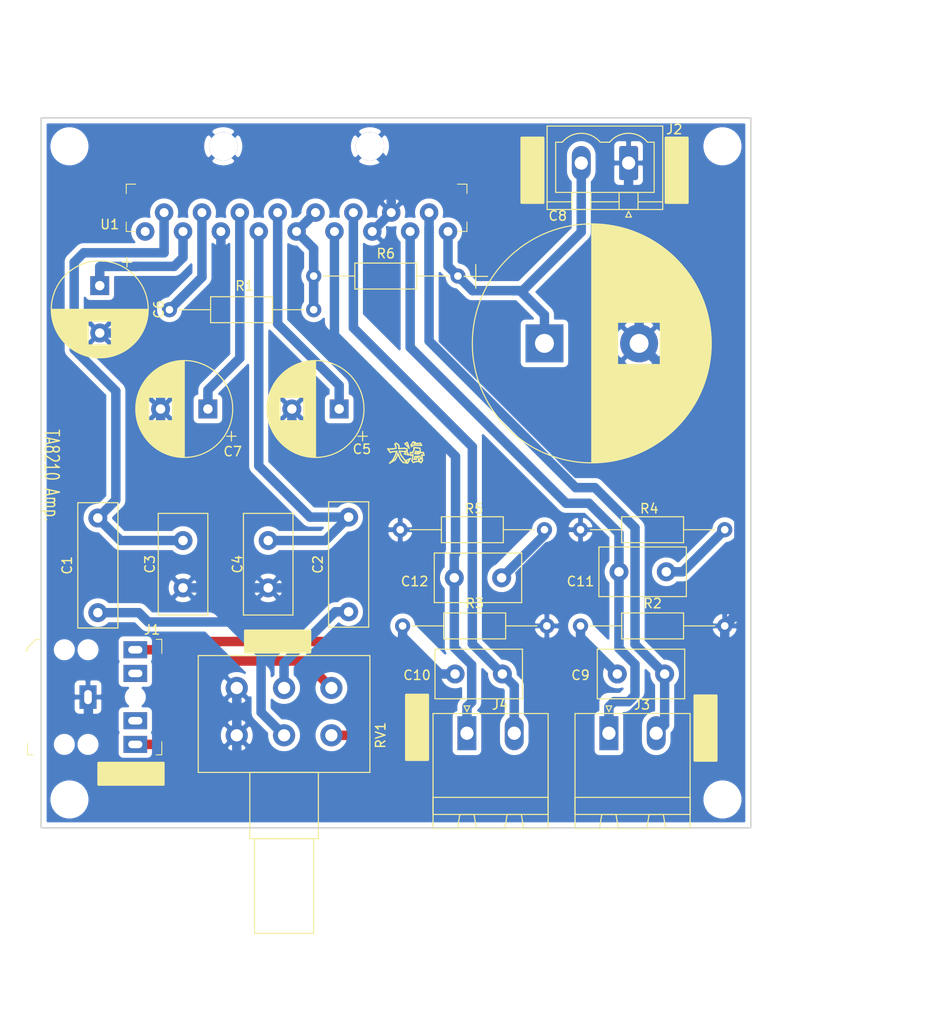
<source format=kicad_pcb>
(kicad_pcb (version 20171130) (host pcbnew "(5.1.2-1)-1")
  (layers (0 F.Cu signal) (31 B.Cu signal) (34 B.Paste user) (35 F.Paste user) (36 B.SilkS user) (37 F.SilkS user) (38 B.Mask user) (39 F.Mask user) (44 Edge.Cuts user))
  (net 0 "")
  (net 1 "Net-(C1-Pad1)")
  (net 2 "Net-(C2-Pad1)")
  (net 3 GNDREF)
  (net 4 "Net-(C5-Pad1)")
  (net 5 "Net-(C6-Pad1)")
  (net 6 "Net-(C7-Pad1)")
  (net 7 "Net-(C8-Pad1)")
  (net 8 /RIGHT_OUT)
  (net 9 "Net-(C9-Pad2)")
  (net 10 /LEFT_OUT)
  (net 11 "Net-(C10-Pad2)")
  (net 12 "Net-(C11-Pad2)")
  (net 13 "Net-(C11-Pad1)")
  (net 14 "Net-(C12-Pad2)")
  (net 15 "Net-(C12-Pad1)")
  (net 16 "Net-(R1-Pad2)")
  (net 17 /RIGHT_IN)
  (net 18 /LEFT_IN)
  (net 19 "Net-(R1-Pad1)")
  (net 20 /RIGHT_TA8210)
  (net 21 /LEFT_TA8210)
  (module Symbol:dahai_tiny (layer F.Cu) (at 108.712 97.536)
    (fp_text reference REF**)
    (fp_text value dahai_tiny)
  )
  (module MountingHole:MountingHole_3mm (layer F.Cu) (at 104.75 63)
    (fp_text reference REF**)
    (fp_text value MountingHole_3mm)
    (pad 1 thru_hole circle (at 0 0) (size 3 3) (drill 3) (layers *.Cu *.Mask) (net 3 GNDREF))
  )
  (module MountingHole:MountingHole_3mm (layer F.Cu) (at 89.25 63)
    (fp_text reference REF**)
    (fp_text value MountingHole_3mm)
    (pad 1 thru_hole circle (at 0 0) (size 3 3) (drill 3) (layers *.Cu *.Mask) (net 3 GNDREF))
  )
  (module MountingHole:MountingHole_3mm (layer F.Cu) (at 73 63)
    (fp_text reference REF**)
    (fp_text value MountingHole_3mm)
    (pad 1 np_thru_hole circle (at 0 0) (size 3 3) (drill 3) (layers *.Cu *.Mask))
  )
  (module MountingHole:MountingHole_3mm (layer F.Cu) (at 142 63)
    (fp_text reference REF**)
    (fp_text value MountingHole_3mm)
    (pad 1 np_thru_hole circle (at 0 0) (size 3 3) (drill 3) (layers *.Cu *.Mask))
  )
  (module MountingHole:MountingHole_3mm (layer F.Cu) (at 142 132)
    (fp_text reference REF**)
    (fp_text value MountingHole_3mm)
    (pad 1 np_thru_hole circle (at 0 0) (size 3 3) (drill 3) (layers *.Cu *.Mask))
  )
  (module Capacitor_THT:CP_Radial_D25.0mm_P10.00mm_SnapIn (layer F.Cu) (at 123.19 83.82)
    (fp_text reference C8 (at 1.404 -13.464) (layer F.SilkS))
    (fp_text value 1000uF/50V)
    (pad 1 thru_hole rect (at 0 0) (size 4 4) (drill 2) (layers *.Cu *.Mask) (net 7 "Net-(C8-Pad1)"))
    (pad 2 thru_hole circle (at 10 0) (size 4 4) (drill 2) (layers *.Cu *.Mask) (net 3 GNDREF))
  )
  (module Capacitor_THT:C_Rect_L13.0mm_W4.0mm_P10.00mm_FKS3_FKP3_MKS4 (layer F.Cu) (at 102.5 112.174 90)
    (fp_text reference C2 (at 5 -3.25 90) (layer F.SilkS))
    (fp_text value 4.7uF)
    (pad 2 thru_hole circle (at 10 0 90) (size 2 2) (drill 1) (layers *.Cu *.Mask) (net 21 /LEFT_TA8210))
    (pad 1 thru_hole circle (at 0 0 90) (size 2 2) (drill 1) (layers *.Cu *.Mask) (net 2 "Net-(C2-Pad1)"))
  )
  (module Capacitor_THT:C_Disc_D10.5mm_W5.0mm_P5.00mm (layer F.Cu) (at 85 104.648 270)
    (fp_text reference C3 (at 2.5 3.5 270) (layer F.SilkS))
    (fp_text value 1000pF)
    (pad 1 thru_hole circle (at 0 0 270) (size 2 2) (drill 1) (layers *.Cu *.Mask) (net 20 /RIGHT_TA8210))
    (pad 2 thru_hole circle (at 5 0 270) (size 2 2) (drill 1) (layers *.Cu *.Mask) (net 3 GNDREF))
  )
  (module Capacitor_THT:C_Disc_D10.5mm_W5.0mm_P5.00mm (layer F.Cu) (at 94 104.648 270)
    (fp_text reference C4 (at 2.5 3.25 270) (layer F.SilkS))
    (fp_text value 1000pF)
    (pad 2 thru_hole circle (at 5 0 270) (size 2 2) (drill 1) (layers *.Cu *.Mask) (net 3 GNDREF))
    (pad 1 thru_hole circle (at 0 0 270) (size 2 2) (drill 1) (layers *.Cu *.Mask) (net 21 /LEFT_TA8210))
  )
  (module Capacitor_THT:CP_Radial_D10.0mm_P5.00mm (layer F.Cu) (at 101.5 90.75 180)
    (fp_text reference C5 (at -2.4 -4.246 180) (layer F.SilkS))
    (fp_text value 220uF)
    (pad 1 thru_hole rect (at 0 0 180) (size 2 2) (drill 1) (layers *.Cu *.Mask) (net 4 "Net-(C5-Pad1)"))
    (pad 2 thru_hole circle (at 5 0 180) (size 2 2) (drill 1) (layers *.Cu *.Mask) (net 3 GNDREF))
  )
  (module Capacitor_THT:CP_Radial_D10.0mm_P5.00mm (layer F.Cu) (at 76.2 77.724 270)
    (fp_text reference C6 (at 2.5 -6.25 270) (layer F.SilkS))
    (fp_text value 47uF)
    (pad 2 thru_hole circle (at 5 0 270) (size 2 2) (drill 1) (layers *.Cu *.Mask) (net 3 GNDREF))
    (pad 1 thru_hole rect (at 0 0 270) (size 2 2) (drill 1) (layers *.Cu *.Mask) (net 5 "Net-(C6-Pad1)"))
  )
  (module Capacitor_THT:CP_Radial_D10.0mm_P5.00mm (layer F.Cu) (at 87.63 90.75 180)
    (fp_text reference C7 (at -2.62 -4.496 180) (layer F.SilkS))
    (fp_text value 47uF)
    (pad 2 thru_hole circle (at 5 0 180) (size 2 2) (drill 1) (layers *.Cu *.Mask) (net 3 GNDREF))
    (pad 1 thru_hole rect (at 0 0 180) (size 2 2) (drill 1) (layers *.Cu *.Mask) (net 6 "Net-(C7-Pad1)"))
  )
  (module Capacitor_THT:C_Disc_D9.0mm_W5.0mm_P5.00mm (layer F.Cu) (at 135.89 118.745 180)
    (fp_text reference C9 (at 8.89 -0.127 180) (layer F.SilkS))
    (fp_text value 0.12uF)
    (pad 1 thru_hole circle (at 0 0 180) (size 2 2) (drill 1) (layers *.Cu *.Mask) (net 8 /RIGHT_OUT))
    (pad 2 thru_hole circle (at 5 0 180) (size 2 2) (drill 1) (layers *.Cu *.Mask) (net 9 "Net-(C9-Pad2)"))
  )
  (module Capacitor_THT:C_Disc_D9.0mm_W5.0mm_P5.00mm (layer F.Cu) (at 118.745 118.745 180)
    (fp_text reference C10 (at 9.017 -0.127 180) (layer F.SilkS))
    (fp_text value 0.12uF)
    (pad 1 thru_hole circle (at 0 0 180) (size 2 2) (drill 1) (layers *.Cu *.Mask) (net 10 /LEFT_OUT))
    (pad 2 thru_hole circle (at 5 0 180) (size 2 2) (drill 1) (layers *.Cu *.Mask) (net 11 "Net-(C10-Pad2)"))
  )
  (module Capacitor_THT:C_Disc_D9.0mm_W5.0mm_P5.00mm (layer F.Cu) (at 131.064 107.95)
    (fp_text reference C11 (at -4.064 1.016) (layer F.SilkS))
    (fp_text value 0.12uF)
    (pad 2 thru_hole circle (at 5 0) (size 2 2) (drill 1) (layers *.Cu *.Mask) (net 12 "Net-(C11-Pad2)"))
    (pad 1 thru_hole circle (at 0 0) (size 2 2) (drill 1) (layers *.Cu *.Mask) (net 13 "Net-(C11-Pad1)"))
  )
  (module Capacitor_THT:C_Disc_D9.0mm_W5.0mm_P5.00mm (layer F.Cu) (at 113.665 108.585)
    (fp_text reference C12 (at -4.191 0.381) (layer F.SilkS))
    (fp_text value 0.12uF)
    (pad 2 thru_hole circle (at 5 0) (size 2 2) (drill 1) (layers *.Cu *.Mask) (net 14 "Net-(C12-Pad2)"))
    (pad 1 thru_hole circle (at 0 0) (size 2 2) (drill 1) (layers *.Cu *.Mask) (net 15 "Net-(C12-Pad1)"))
  )
  (module Resistor_THT:R_Axial_DIN0207_L6.3mm_D2.5mm_P15.24mm_Horizontal (layer F.Cu) (at 98.806 80.264 180)
    (fp_text reference R1 (at 7.306 2.514 180) (layer F.SilkS))
    (fp_text value 18k)
    (pad 2 thru_hole oval (at 15.24 0 180) (size 1.6 1.6) (drill 0.8) (layers *.Cu *.Mask) (net 16 "Net-(R1-Pad2)"))
    (pad 1 thru_hole circle (at 0 0 180) (size 1.6 1.6) (drill 0.8) (layers *.Cu *.Mask) (net 19 "Net-(R1-Pad1)"))
  )
  (module Resistor_THT:R_Axial_DIN0207_L6.3mm_D2.5mm_P15.24mm_Horizontal (layer F.Cu) (at 127 113.665)
    (fp_text reference R2 (at 7.62 -2.37) (layer F.SilkS))
    (fp_text value 2.2)
    (pad 1 thru_hole circle (at 0 0) (size 1.6 1.6) (drill 0.8) (layers *.Cu *.Mask) (net 9 "Net-(C9-Pad2)"))
    (pad 2 thru_hole oval (at 15.24 0) (size 1.6 1.6) (drill 0.8) (layers *.Cu *.Mask) (net 3 GNDREF))
  )
  (module Resistor_THT:R_Axial_DIN0207_L6.3mm_D2.5mm_P15.24mm_Horizontal (layer F.Cu) (at 108.204 113.665)
    (fp_text reference R3 (at 7.62 -2.37) (layer F.SilkS))
    (fp_text value 2.2)
    (pad 1 thru_hole circle (at 0 0) (size 1.6 1.6) (drill 0.8) (layers *.Cu *.Mask) (net 11 "Net-(C10-Pad2)"))
    (pad 2 thru_hole oval (at 15.24 0) (size 1.6 1.6) (drill 0.8) (layers *.Cu *.Mask) (net 3 GNDREF))
  )
  (module Resistor_THT:R_Axial_DIN0207_L6.3mm_D2.5mm_P15.24mm_Horizontal (layer F.Cu) (at 142.24 103.505 180)
    (fp_text reference R4 (at 7.974 2.222 180) (layer F.SilkS))
    (fp_text value 2.2)
    (pad 2 thru_hole oval (at 15.24 0 180) (size 1.6 1.6) (drill 0.8) (layers *.Cu *.Mask) (net 3 GNDREF))
    (pad 1 thru_hole circle (at 0 0 180) (size 1.6 1.6) (drill 0.8) (layers *.Cu *.Mask) (net 12 "Net-(C11-Pad2)"))
  )
  (module Resistor_THT:R_Axial_DIN0207_L6.3mm_D2.5mm_P15.24mm_Horizontal (layer F.Cu) (at 123.19 103.505 180)
    (fp_text reference R5 (at 7.436 2.222 180) (layer F.SilkS))
    (fp_text value 2.2)
    (pad 2 thru_hole oval (at 15.24 0 180) (size 1.6 1.6) (drill 0.8) (layers *.Cu *.Mask) (net 3 GNDREF))
    (pad 1 thru_hole circle (at 0 0 180) (size 1.6 1.6) (drill 0.8) (layers *.Cu *.Mask) (net 14 "Net-(C12-Pad2)"))
  )
  (module digikey-footprints:HZIP17-P-2.00 (layer F.Cu) (at 81 72)
    (fp_text reference U1 (at -3.75 -0.75) (layer F.SilkS))
    (fp_text value TA8210)
    (pad 1 thru_hole circle (at 0 0) (size 1.95 1.95) (drill 0.95) (layers *.Cu *.Mask))
    (pad 2 thru_hole circle (at 2 -2) (size 1.95 1.95) (drill 0.95) (layers *.Cu *.Mask) (net 20 /RIGHT_TA8210))
    (pad 3 thru_hole circle (at 4 0) (size 1.95 1.95) (drill 0.95) (layers *.Cu *.Mask) (net 5 "Net-(C6-Pad1)"))
    (pad 4 thru_hole circle (at 6 -2) (size 1.95 1.95) (drill 0.95) (layers *.Cu *.Mask) (net 16 "Net-(R1-Pad2)"))
    (pad 5 thru_hole circle (at 8 0) (size 1.95 1.95) (drill 0.95) (layers *.Cu *.Mask) (net 3 GNDREF))
    (pad 6 thru_hole circle (at 10 -2) (size 1.95 1.95) (drill 0.95) (layers *.Cu *.Mask) (net 6 "Net-(C7-Pad1)"))
    (pad 7 thru_hole circle (at 12 0) (size 1.95 1.95) (drill 0.95) (layers *.Cu *.Mask) (net 21 /LEFT_TA8210))
    (pad 8 thru_hole circle (at 14 -2) (size 1.95 1.95) (drill 0.95) (layers *.Cu *.Mask) (net 4 "Net-(C5-Pad1)"))
    (pad 9 thru_hole circle (at 16 0) (size 1.95 1.95) (drill 0.95) (layers *.Cu *.Mask) (net 19 "Net-(R1-Pad1)"))
    (pad 10 thru_hole circle (at 18 -2) (size 1.95 1.95) (drill 0.95) (layers *.Cu *.Mask) (net 19 "Net-(R1-Pad1)"))
    (pad 11 thru_hole circle (at 20 0) (size 1.95 1.95) (drill 0.95) (layers *.Cu *.Mask) (net 15 "Net-(C12-Pad1)"))
    (pad 12 thru_hole circle (at 22 -2) (size 1.95 1.95) (drill 0.95) (layers *.Cu *.Mask) (net 10 /LEFT_OUT))
    (pad 13 thru_hole circle (at 24 0) (size 1.95 1.95) (drill 0.95) (layers *.Cu *.Mask) (net 3 GNDREF))
    (pad 14 thru_hole circle (at 26 -2) (size 1.95 1.95) (drill 0.95) (layers *.Cu *.Mask) (net 3 GNDREF))
    (pad 15 thru_hole circle (at 28 0) (size 1.95 1.95) (drill 0.95) (layers *.Cu *.Mask) (net 13 "Net-(C11-Pad1)"))
    (pad 16 thru_hole circle (at 30 -2) (size 1.95 1.95) (drill 0.95) (layers *.Cu *.Mask) (net 8 /RIGHT_OUT))
    (pad 17 thru_hole circle (at 32 0) (size 1.95 1.95) (drill 0.95) (layers *.Cu *.Mask) (net 7 "Net-(C8-Pad1)"))
  )
  (module Potentiometer_THT:Potentiometer_Alps_RK163_Dual_Horizontal (layer F.Cu) (at 90.678 125.222 270)
    (fp_text reference RV1 (at 0 -15.2 270) (layer F.SilkS))
    (fp_text value 10k)
    (pad 3 thru_hole circle (at 0 -10 270) (size 2.34 2.34) (drill 1.3) (layers *.Cu *.Mask) (net 17 /RIGHT_IN))
    (pad 2 thru_hole circle (at 0 -5 270) (size 2.34 2.34) (drill 1.3) (layers *.Cu *.Mask) (net 1 "Net-(C1-Pad1)"))
    (pad 1 thru_hole circle (at 0 0 270) (size 2.34 2.34) (drill 1.3) (layers *.Cu *.Mask) (net 3 GNDREF))
    (pad 6 thru_hole circle (at -5 -10 270) (size 2.34 2.34) (drill 1.3) (layers *.Cu *.Mask) (net 18 /LEFT_IN))
    (pad 5 thru_hole circle (at -5 -5 270) (size 2.34 2.34) (drill 1.3) (layers *.Cu *.Mask) (net 2 "Net-(C2-Pad1)"))
    (pad 4 thru_hole circle (at -5 0 270) (size 2.34 2.34) (drill 1.3) (layers *.Cu *.Mask) (net 3 GNDREF))
  )
  (module Capacitor_THT:C_Rect_L13.0mm_W4.0mm_P10.00mm_FKS3_FKP3_MKS4 (layer F.Cu) (at 76 112.268 90)
    (fp_text reference C1 (at 5 -3.25 90) (layer F.SilkS))
    (fp_text value 4.7uF)
    (pad 1 thru_hole circle (at 0 0 90) (size 2 2) (drill 1) (layers *.Cu *.Mask) (net 1 "Net-(C1-Pad1)"))
    (pad 2 thru_hole circle (at 10 0 90) (size 2 2) (drill 1) (layers *.Cu *.Mask) (net 20 /RIGHT_TA8210))
  )
  (module Resistor_THT:R_Axial_DIN0207_L6.3mm_D2.5mm_P15.24mm_Horizontal (layer F.Cu) (at 98.806 76.708)
    (fp_text reference R6 (at 7.62 -2.37) (layer F.SilkS))
    (fp_text value 0)
    (pad 1 thru_hole circle (at 0 0) (size 1.6 1.6) (drill 0.8) (layers *.Cu *.Mask) (net 19 "Net-(R1-Pad1)"))
    (pad 2 thru_hole oval (at 15.24 0) (size 1.6 1.6) (drill 0.8) (layers *.Cu *.Mask) (net 7 "Net-(C8-Pad1)"))
  )
  (module Connector_Phoenix_MSTB:PhoenixContact_MSTBA_2,5_2-G_1x02_P5.00mm_Horizontal (layer F.Cu) (at 130 125)
    (fp_text reference J3 (at 3.5 -3) (layer F.SilkS))
    (fp_text value RIGHT)
    (pad 2 thru_hole oval (at 5 0) (size 2 3.6) (drill 1.4) (layers *.Cu *.Mask) (net 8 /RIGHT_OUT))
    (pad 1 thru_hole rect (at 0 0) (size 2 3.6) (drill 1.4) (layers *.Cu *.Mask) (net 13 "Net-(C11-Pad1)"))
  )
  (module Connector_Phoenix_MSTB:PhoenixContact_MSTBA_2,5_2-G_1x02_P5.00mm_Horizontal (layer F.Cu) (at 115 125)
    (fp_text reference J4 (at 3.5 -3) (layer F.SilkS))
    (fp_text value LEFT)
    (pad 1 thru_hole rect (at 0 0) (size 2 3.6) (drill 1.4) (layers *.Cu *.Mask) (net 15 "Net-(C12-Pad1)"))
    (pad 2 thru_hole oval (at 5 0) (size 2 3.6) (drill 1.4) (layers *.Cu *.Mask) (net 10 /LEFT_OUT))
  )
  (module MountingHole:MountingHole_3mm (layer F.Cu) (at 73 132)
    (fp_text reference REF**)
    (fp_text value MountingHole_3mm)
    (pad 1 np_thru_hole circle (at 0 0) (size 3 3) (drill 3) (layers *.Cu *.Mask))
  )
  (module Connector_Audio:audiojack-3.5mm-5p (layer F.Cu) (at 79.9592 121.1834)
    (fp_text reference J1 (at 1.771 -7.112) (layer F.SilkS))
    (fp_text value "Audio In")
    (pad "" np_thru_hole circle (at -7.5 5) (size 1.2 1.2) (drill 1.2) (layers *.Cu *.Mask))
    (pad "" np_thru_hole circle (at -5 5) (size 1.2 1.2) (drill 1.2) (layers *.Cu *.Mask))
    (pad "" np_thru_hole circle (at -7.5 -5) (size 1.2 1.2) (drill 1.2) (layers *.Cu *.Mask))
    (pad "" np_thru_hole circle (at -5 -5) (size 1.2 1.2) (drill 1.2) (layers *.Cu *.Mask))
    (pad "" np_thru_hole circle (at 0 0) (size 1.2 1.2) (drill 1.2) (layers *.Cu *.Mask))
    (pad S thru_hole rect (at -5 0) (size 1.8 2.5) (drill oval 0.8 1.5) (layers *.Cu *.Mask) (net 3 GNDREF))
    (pad T thru_hole rect (at 0 5) (size 2.5 1.8) (drill oval 1.5 0.8) (layers *.Cu *.Mask) (net 18 /LEFT_IN))
    (pad R thru_hole rect (at 0 -5) (size 2.5 1.8) (drill oval 1.5 0.8) (layers *.Cu *.Mask) (net 17 /RIGHT_IN))
    (pad 3 thru_hole rect (at 0 2.5) (size 2.5 1.8) (drill oval 1.5 0.8) (layers *.Cu *.Mask))
    (pad 4 thru_hole rect (at 0 -2.5) (size 2.5 1.8) (drill oval 1.5 0.8) (layers *.Cu *.Mask))
  )
  (module Connector_Phoenix_MSTB:PhoenixContact_MSTBVA_2,5_2-G_1x02_P5.00mm_Vertical (layer F.Cu) (at 132.08 64.77 180)
    (fp_text reference J2 (at -4.826 3.556) (layer F.SilkS))
    (fp_text value POWER)
    (pad 1 thru_hole roundrect (at 0 0 180) (size 2 3.6) (drill 1.4) (layers *.Cu *.Mask) (roundrect_rratio 0.125) (net 3 GNDREF))
    (pad 2 thru_hole oval (at 5 0 180) (size 2 3.6) (drill 1.4) (layers *.Cu *.Mask) (net 7 "Net-(C8-Pad1)"))
  )
  (gr_text "TA8210 Amp." (at 71.12 97.79 270) (layer F.SilkS) (effects (font (size 1.5 1))))
  (gr_line (start 145 60) (end 70 60) (layer Edge.Cuts) (width 0.15))
  (gr_line (start 145 135) (end 145 60) (layer Edge.Cuts) (width 0.15))
  (gr_line (start 70 135) (end 145 135) (layer Edge.Cuts) (width 0.15))
  (gr_line (start 70 60) (end 70 135) (layer Edge.Cuts) (width 0.15))
  (segment (start 93.25 115.856) (end 90.644 113.25) (width 1) (layer B.Cu) (net 1))
  (segment (start 90.644 113.25) (end 81.314 113.25) (width 1) (layer B.Cu) (net 1))
  (segment (start 80.332 112.268) (end 76 112.268) (width 1) (layer B.Cu) (net 1))
  (segment (start 93.25 122.794) (end 93.25 115.856) (width 1) (layer B.Cu) (net 1))
  (segment (start 81.314 113.25) (end 80.332 112.268) (width 1) (layer B.Cu) (net 1))
  (segment (start 95.678 125.222) (end 93.25 122.794) (width 1) (layer B.Cu) (net 1))
  (segment (start 95.678 118.567371) (end 95.678 120.222) (width 1) (layer B.Cu) (net 2))
  (segment (start 95.678 117.581787) (end 95.678 118.567371) (width 1) (layer B.Cu) (net 2))
  (segment (start 101.085787 112.174) (end 95.678 117.581787) (width 1) (layer B.Cu) (net 2))
  (segment (start 102.5 112.174) (end 101.085787 112.174) (width 1) (layer B.Cu) (net 2))
  (segment (start 89 78) (end 84.276 82.724) (width 1) (layer B.Cu) (net 3))
  (segment (start 89 72) (end 89 78) (width 1) (layer B.Cu) (net 3))
  (segment (start 82.63 82.844) (end 82.75 82.724) (width 1) (layer B.Cu) (net 3))
  (segment (start 82.63 95.504) (end 82.63 82.844) (width 1) (layer B.Cu) (net 3))
  (segment (start 82.75 82.724) (end 76.2 82.724) (width 1) (layer B.Cu) (net 3))
  (segment (start 84.276 82.724) (end 82.75 82.724) (width 1) (layer B.Cu) (net 3))
  (segment (start 107 70) (end 105 72) (width 1) (layer B.Cu) (net 3))
  (segment (start 82.63 95.504) (end 89.25 102.124) (width 1) (layer B.Cu) (net 3))
  (segment (start 94 109.648) (end 88.75 109.648) (width 1) (layer B.Cu) (net 3))
  (segment (start 88.75 109.648) (end 85 109.648) (width 1) (layer B.Cu) (net 3))
  (segment (start 89.148 109.648) (end 88.75 109.648) (width 1) (layer B.Cu) (net 3))
  (segment (start 94 109.648) (end 97.852 109.648) (width 1) (layer B.Cu) (net 3))
  (segment (start 97.852 109.648) (end 99.25 108.25) (width 1) (layer B.Cu) (net 3))
  (segment (start 99.25 108.25) (end 104.25 108.25) (width 1) (layer B.Cu) (net 3))
  (segment (start 104.25 108.25) (end 105.75 109.75) (width 1) (layer B.Cu) (net 3))
  (segment (start 105.75 101.25) (end 105.75 109.75) (width 1) (layer B.Cu) (net 3))
  (segment (start 96.5 95.404) (end 96.5 90.75) (width 1) (layer B.Cu) (net 3))
  (segment (start 100.096 99) (end 96.5 95.404) (width 1) (layer B.Cu) (net 3))
  (segment (start 103.5 99) (end 100.096 99) (width 1) (layer B.Cu) (net 3))
  (segment (start 105.75 101.25) (end 103.5 99) (width 1) (layer B.Cu) (net 3))
  (segment (start 77 125.25) (end 75 123.25) (width 1) (layer B.Cu) (net 3))
  (segment (start 75 123.25) (end 75 121) (width 1) (layer B.Cu) (net 3))
  (segment (start 79.5 130.5) (end 77 128) (width 1) (layer B.Cu) (net 3))
  (segment (start 77 128) (end 77 125.25) (width 1) (layer B.Cu) (net 3))
  (segment (start 90.678 120.222) (end 90.678 125.222) (width 1) (layer B.Cu) (net 3))
  (segment (start 90.678 130.048) (end 90.226 130.5) (width 1) (layer B.Cu) (net 3))
  (segment (start 90.678 125.222) (end 90.678 130.048) (width 1) (layer B.Cu) (net 3))
  (segment (start 90.226 130.5) (end 79.5 130.5) (width 1) (layer B.Cu) (net 3))
  (segment (start 105.75 109.75) (end 105.75 130.4792) (width 1) (layer B.Cu) (net 3))
  (segment (start 105.7708 130.5) (end 90.226 130.5) (width 1) (layer B.Cu) (net 3))
  (segment (start 105.75 130.4792) (end 105.7708 130.5) (width 1) (layer B.Cu) (net 3))
  (segment (start 121.75 130.5) (end 105.7708 130.5) (width 1) (layer B.Cu) (net 3))
  (segment (start 135.25 130.5) (end 125 130.5) (width 1) (layer B.Cu) (net 3))
  (segment (start 123.444 128.944) (end 123.444 128.806) (width 1) (layer B.Cu) (net 3))
  (segment (start 125 130.5) (end 123.444 128.944) (width 1) (layer B.Cu) (net 3))
  (segment (start 142.24 123.51) (end 135.25 130.5) (width 1) (layer B.Cu) (net 3))
  (segment (start 133.19 83.82) (end 135.189999 85.819999) (width 1) (layer B.Cu) (net 3))
  (segment (start 123.444 128.806) (end 121.75 130.5) (width 1) (layer B.Cu) (net 3))
  (segment (start 139.069999 85.819999) (end 143.5 90.25) (width 1) (layer B.Cu) (net 3))
  (segment (start 135.189999 85.819999) (end 139.069999 85.819999) (width 1) (layer B.Cu) (net 3))
  (segment (start 143.5 95.768) (end 143.5 100.32) (width 1) (layer B.Cu) (net 3))
  (segment (start 143.5 90.25) (end 143.5 95.768) (width 1) (layer B.Cu) (net 3))
  (segment (start 143.5 95.768) (end 143.5 96.75) (width 1) (layer B.Cu) (net 3))
  (segment (start 143.039999 112.865001) (end 142.24 113.665) (width 1) (layer B.Cu) (net 3))
  (segment (start 143.740001 112.164999) (end 143.039999 112.865001) (width 1) (layer B.Cu) (net 3))
  (segment (start 143.740001 100.560001) (end 143.740001 112.164999) (width 1) (layer B.Cu) (net 3))
  (segment (start 143.5 100.32) (end 143.740001 100.560001) (width 1) (layer B.Cu) (net 3))
  (segment (start 142.24 113.665) (end 142.24 123.51) (width 1) (layer B.Cu) (net 3))
  (segment (start 107 65.25) (end 104.75 63) (width 1) (layer B.Cu) (net 3))
  (segment (start 107 70) (end 107 65.25) (width 1) (layer B.Cu) (net 3))
  (segment (start 132.08 64.77) (end 132.08 71.26458) (width 1) (layer B.Cu) (net 3))
  (segment (start 133.19 72.37458) (end 133.19 83.82) (width 1) (layer B.Cu) (net 3))
  (segment (start 132.08 71.26458) (end 133.19 72.37458) (width 1) (layer B.Cu) (net 3))
  (segment (start 89.25 109.546) (end 89.148 109.648) (width 1) (layer B.Cu) (net 3))
  (segment (start 89.25 102.124) (end 89.25 109.546) (width 1) (layer B.Cu) (net 3))
  (segment (start 101.5 90.75) (end 101.5 88.25) (width 1) (layer B.Cu) (net 4))
  (segment (start 95 81.75) (end 95 70) (width 1) (layer B.Cu) (net 4))
  (segment (start 101.5 88.25) (end 95 81.75) (width 1) (layer B.Cu) (net 4))
  (segment (start 80.01 75.692) (end 76.232 75.692) (width 1) (layer B.Cu) (net 5))
  (segment (start 80.018 75.684) (end 80.01 75.692) (width 1) (layer B.Cu) (net 5))
  (segment (start 76.2 75.724) (end 76.2 77.724) (width 1) (layer B.Cu) (net 5))
  (segment (start 76.232 75.692) (end 76.2 75.724) (width 1) (layer B.Cu) (net 5))
  (segment (start 84.066 75.684) (end 80.018 75.684) (width 1) (layer B.Cu) (net 5))
  (segment (start 85 74.75) (end 84.066 75.684) (width 1) (layer B.Cu) (net 5))
  (segment (start 85 72) (end 85 74.75) (width 1) (layer B.Cu) (net 5))
  (segment (start 91 85.38) (end 91 70) (width 1) (layer B.Cu) (net 6))
  (segment (start 87.63 88.75) (end 91 85.38) (width 1) (layer B.Cu) (net 6))
  (segment (start 87.63 90.75) (end 87.63 88.75) (width 1) (layer B.Cu) (net 6))
  (segment (start 113 75.662) (end 114.046 76.708) (width 1) (layer B.Cu) (net 7))
  (segment (start 113 72) (end 113 75.662) (width 1) (layer B.Cu) (net 7))
  (segment (start 115.588 78.25) (end 114.046 76.708) (width 1) (layer B.Cu) (net 7))
  (segment (start 127.08 72.056) (end 127.08 64.77) (width 1) (layer B.Cu) (net 7))
  (segment (start 120.886 78.25) (end 127.08 72.056) (width 1) (layer B.Cu) (net 7))
  (segment (start 123.19 80.82) (end 120.62 78.25) (width 1) (layer B.Cu) (net 7))
  (segment (start 120.62 78.25) (end 119.906 78.25) (width 1) (layer B.Cu) (net 7))
  (segment (start 123.19 83.82) (end 123.19 80.82) (width 1) (layer B.Cu) (net 7))
  (segment (start 119.906 78.25) (end 120.886 78.25) (width 1) (layer B.Cu) (net 7))
  (segment (start 115.588 78.25) (end 119.906 78.25) (width 1) (layer B.Cu) (net 7))
  (segment (start 135.89 124.11) (end 135 125) (width 1) (layer B.Cu) (net 8))
  (segment (start 135.89 118.745) (end 135.89 124.11) (width 1) (layer B.Cu) (net 8))
  (segment (start 111 76.456) (end 111 70) (width 1) (layer B.Cu) (net 8))
  (segment (start 111 76.456) (end 111 71.520998) (width 1) (layer B.Cu) (net 8))
  (segment (start 128.524 99.06) (end 132.764001 103.300001) (width 1) (layer B.Cu) (net 8))
  (segment (start 132.764001 103.300001) (end 132.764001 115.619001) (width 1) (layer B.Cu) (net 8))
  (segment (start 126.492 99.06) (end 128.524 99.06) (width 1) (layer B.Cu) (net 8))
  (segment (start 132.764001 115.619001) (end 135.89 118.745) (width 1) (layer B.Cu) (net 8))
  (segment (start 111 83.568) (end 126.492 99.06) (width 1) (layer B.Cu) (net 8))
  (segment (start 111 76.456) (end 111 83.568) (width 1) (layer B.Cu) (net 8))
  (segment (start 127 114.855) (end 130.89 118.745) (width 1) (layer B.Cu) (net 9))
  (segment (start 127 113.665) (end 127 114.855) (width 1) (layer B.Cu) (net 9))
  (segment (start 120 120) (end 118.745 118.745) (width 1) (layer B.Cu) (net 10))
  (segment (start 120 125) (end 120 120) (width 1) (layer B.Cu) (net 10))
  (segment (start 115.57 115.57) (end 118.745 118.745) (width 1) (layer B.Cu) (net 10))
  (segment (start 115.57 94.742) (end 115.57 115.57) (width 1) (layer B.Cu) (net 10))
  (segment (start 103 82.172) (end 115.57 94.742) (width 1) (layer B.Cu) (net 10))
  (segment (start 103 70) (end 103 82.172) (width 1) (layer B.Cu) (net 10))
  (segment (start 108.204 113.665) (end 108.204 114.808) (width 1) (layer B.Cu) (net 11))
  (segment (start 112.141 118.745) (end 113.745 118.745) (width 1) (layer B.Cu) (net 11))
  (segment (start 108.204 114.808) (end 112.141 118.745) (width 1) (layer B.Cu) (net 11))
  (segment (start 137.795 107.95) (end 142.24 103.505) (width 1) (layer B.Cu) (net 12))
  (segment (start 136.064 107.95) (end 137.795 107.95) (width 1) (layer B.Cu) (net 12))
  (segment (start 109 84.235) (end 109 72) (width 1) (layer B.Cu) (net 13))
  (segment (start 131.064 103.886) (end 127.889 100.711) (width 1) (layer B.Cu) (net 13))
  (segment (start 131.064 108.064) (end 131.064 103.886) (width 1) (layer B.Cu) (net 13))
  (segment (start 125.476 100.711) (end 109 84.235) (width 1) (layer B.Cu) (net 13))
  (segment (start 127.889 100.711) (end 125.476 100.711) (width 1) (layer B.Cu) (net 13))
  (segment (start 131.064 116.03193) (end 131.064 107.95) (width 1) (layer B.Cu) (net 13))
  (segment (start 132.758 117.72593) (end 131.064 116.03193) (width 1) (layer B.Cu) (net 13))
  (segment (start 132.758 120.988) (end 132.758 117.72593) (width 1) (layer B.Cu) (net 13))
  (segment (start 130.534 121.666) (end 132.08 121.666) (width 1) (layer B.Cu) (net 13))
  (segment (start 130 122.2) (end 130.534 121.666) (width 1) (layer B.Cu) (net 13))
  (segment (start 130 125) (end 130 122.2) (width 1) (layer B.Cu) (net 13))
  (segment (start 132.08 121.666) (end 132.758 120.988) (width 1) (layer B.Cu) (net 13))
  (segment (start 123.19 104.06) (end 118.665 108.585) (width 1) (layer B.Cu) (net 14))
  (segment (start 123.19 103.505) (end 123.19 104.06) (width 1) (layer B.Cu) (net 14))
  (segment (start 115.499991 121.700009) (end 115 122.2) (width 1) (layer B.Cu) (net 15))
  (segment (start 115 122.2) (end 115 125) (width 1) (layer B.Cu) (net 15))
  (segment (start 115.499991 117.926009) (end 115.499991 117.785991) (width 1) (layer B.Cu) (net 15))
  (segment (start 115.499991 117.926009) (end 115.499991 121.700009) (width 1) (layer B.Cu) (net 15))
  (segment (start 113.665 115.951) (end 113.665 108.585) (width 1) (layer B.Cu) (net 15))
  (segment (start 115.499991 117.785991) (end 113.665 115.951) (width 1) (layer B.Cu) (net 15))
  (segment (start 113.665 106.169) (end 113.665 108.585) (width 1) (layer B.Cu) (net 15))
  (segment (start 113.792 95.758) (end 113.792 106.042) (width 1) (layer B.Cu) (net 15))
  (segment (start 101 82.966) (end 113.792 95.758) (width 1) (layer B.Cu) (net 15))
  (segment (start 113.792 106.042) (end 113.665 106.169) (width 1) (layer B.Cu) (net 15))
  (segment (start 101 72) (end 101 82.966) (width 1) (layer B.Cu) (net 15))
  (segment (start 87 76.83) (end 87 70) (width 1) (layer B.Cu) (net 16))
  (segment (start 83.566 80.264) (end 87 76.83) (width 1) (layer B.Cu) (net 16))
  (segment (start 82.2092 116.1834) (end 83.0766 115.316) (width 1) (layer F.Cu) (net 17))
  (segment (start 79.9592 116.1834) (end 82.2092 116.1834) (width 1) (layer F.Cu) (net 17))
  (segment (start 83.0766 115.316) (end 101.6508 115.316) (width 1) (layer F.Cu) (net 17))
  (segment (start 101.6508 115.316) (end 104.3686 118.0338) (width 1) (layer F.Cu) (net 17))
  (segment (start 104.3686 118.0338) (end 104.3686 123.7488) (width 1) (layer F.Cu) (net 17))
  (segment (start 102.8954 125.222) (end 104.3686 123.7488) (width 1) (layer F.Cu) (net 17))
  (segment (start 100.678 125.222) (end 102.8954 125.222) (width 1) (layer F.Cu) (net 17))
  (segment (start 100.678 120.222) (end 97.8294 117.3734) (width 1) (layer F.Cu) (net 18))
  (segment (start 97.8294 117.3734) (end 86.9442 117.3734) (width 1) (layer F.Cu) (net 18))
  (segment (start 86.9442 117.3734) (end 85.2678 119.0498) (width 1) (layer F.Cu) (net 18))
  (segment (start 85.2678 119.0498) (end 85.2678 124.4092) (width 1) (layer F.Cu) (net 18))
  (segment (start 83.4936 126.1834) (end 79.9592 126.1834) (width 1) (layer F.Cu) (net 18))
  (segment (start 85.2678 124.4092) (end 83.4936 126.1834) (width 1) (layer F.Cu) (net 18))
  (segment (start 99 70) (end 97 72) (width 1) (layer B.Cu) (net 19))
  (segment (start 98.806 76.708) (end 98.806 80.264) (width 1) (layer B.Cu) (net 19))
  (segment (start 98.806 73.806) (end 97 72) (width 1) (layer B.Cu) (net 19))
  (segment (start 98.806 76.708) (end 98.806 73.806) (width 1) (layer B.Cu) (net 19))
  (segment (start 78.38 104.648) (end 76 102.268) (width 1) (layer B.Cu) (net 20))
  (segment (start 85 104.648) (end 78.38 104.648) (width 1) (layer B.Cu) (net 20))
  (segment (start 77.900001 100.367999) (end 77.900001 88.849999) (width 1) (layer B.Cu) (net 20))
  (segment (start 76 102.268) (end 77.900001 100.367999) (width 1) (layer B.Cu) (net 20))
  (segment (start 83 74.25) (end 74.5 74.25) (width 1) (layer B.Cu) (net 20))
  (segment (start 83 74.25) (end 83 70) (width 1) (layer B.Cu) (net 20))
  (segment (start 74.5 74.25) (end 73.5 75.25) (width 1) (layer B.Cu) (net 20))
  (segment (start 73.5 84.449998) (end 77.900001 88.849999) (width 1) (layer B.Cu) (net 20))
  (segment (start 73.5 75.25) (end 73.5 84.449998) (width 1) (layer B.Cu) (net 20))
  (segment (start 100.026 104.648) (end 102.5 102.174) (width 1) (layer B.Cu) (net 21))
  (segment (start 94 104.648) (end 100.026 104.648) (width 1) (layer B.Cu) (net 21))
  (segment (start 98.424 102.174) (end 102.5 102.174) (width 1) (layer B.Cu) (net 21))
  (segment (start 93 96.75) (end 98.424 102.174) (width 1) (layer B.Cu) (net 21))
  (segment (start 93 72) (end 93 96.75) (width 1) (layer B.Cu) (net 21))
  (zone (net 3) (net_name GNDREF) (layer B.Cu) (connect_pads (clearance 0.508)) (min_thickness 0.254) (fill yes (arc_segments 16) (thermal_gap 0.508) (thermal_bridge_width 0.508))
    (polygon (pts (xy 69.75 60) (xy 69.5 135.25) (xy 145.25 135) (xy 145 59.75)))
  )
  (zone (net 0) (net_name "") (layer F.SilkS) (connect_pads (clearance 0.508)) (min_thickness 0.254) (fill yes (arc_segments 16) (thermal_gap 0.508) (thermal_bridge_width 0.508))
    (polygon (pts (xy 120.65 61.976) (xy 120.65 69.088) (xy 123.19 69.088) (xy 123.19 61.976)))
  )
  (zone (net 0) (net_name "") (layer F.SilkS) (connect_pads (clearance 0.508)) (min_thickness 0.254) (fill yes (arc_segments 16) (thermal_gap 0.508) (thermal_bridge_width 0.508))
    (polygon (pts (xy 135.89 61.976) (xy 135.89 69.088) (xy 138.43 69.088) (xy 138.43 61.976)))
  )
  (zone (net 0) (net_name "") (layer F.SilkS) (connect_pads (clearance 0.508)) (min_thickness 0.254) (fill yes (arc_segments 16) (thermal_gap 0.508) (thermal_bridge_width 0.508))
    (polygon (pts (xy 75.946 130.556) (xy 83.058 130.556) (xy 83.058 128.016) (xy 75.946001 128.016)))
  )
  (zone (net 0) (net_name "") (layer F.SilkS) (connect_pads (clearance 0.508)) (min_thickness 0.254) (fill yes (arc_segments 16) (thermal_gap 0.508) (thermal_bridge_width 0.508))
    (polygon (pts (xy 91.44 116.586) (xy 98.552 116.586) (xy 98.552 114.046) (xy 91.440001 114.046)))
  )
  (zone (net 0) (net_name "") (layer F.SilkS) (connect_pads (clearance 0.508)) (min_thickness 0.254) (fill yes (arc_segments 16) (thermal_gap 0.508) (thermal_bridge_width 0.508))
    (polygon (pts (xy 110.998 127.935388) (xy 110.998 120.823388) (xy 108.458 120.823387) (xy 108.458 127.935387)))
  )
  (zone (net 0) (net_name "") (layer F.SilkS) (connect_pads (clearance 0.508)) (min_thickness 0.254) (fill yes (arc_segments 16) (thermal_gap 0.508) (thermal_bridge_width 0.508))
    (polygon (pts (xy 141.478 128.016001) (xy 141.478 120.904001) (xy 138.938 120.904) (xy 138.938 128.016)))
  )
)
</source>
